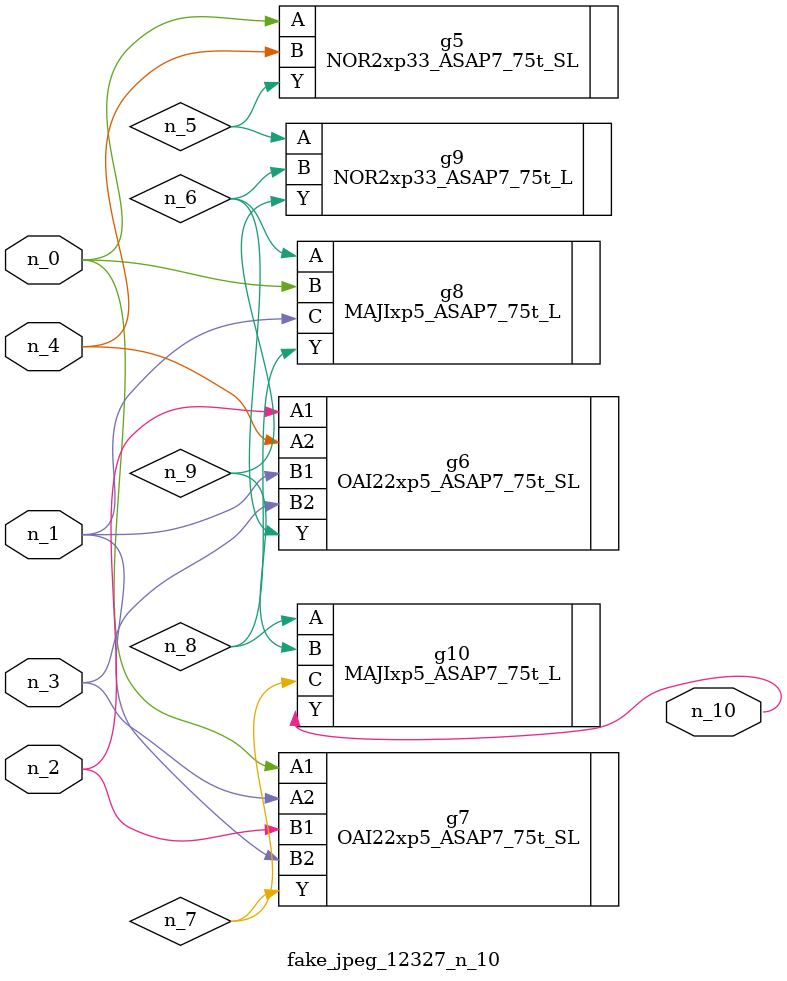
<source format=v>
module fake_jpeg_12327_n_10 (n_3, n_2, n_1, n_0, n_4, n_10);

input n_3;
input n_2;
input n_1;
input n_0;
input n_4;

output n_10;

wire n_8;
wire n_9;
wire n_6;
wire n_5;
wire n_7;

NOR2xp33_ASAP7_75t_SL g5 ( 
.A(n_0),
.B(n_4),
.Y(n_5)
);

OAI22xp5_ASAP7_75t_SL g6 ( 
.A1(n_2),
.A2(n_4),
.B1(n_1),
.B2(n_3),
.Y(n_6)
);

OAI22xp5_ASAP7_75t_SL g7 ( 
.A1(n_0),
.A2(n_3),
.B1(n_2),
.B2(n_1),
.Y(n_7)
);

MAJIxp5_ASAP7_75t_L g8 ( 
.A(n_6),
.B(n_0),
.C(n_1),
.Y(n_8)
);

MAJIxp5_ASAP7_75t_L g10 ( 
.A(n_8),
.B(n_9),
.C(n_7),
.Y(n_10)
);

NOR2xp33_ASAP7_75t_L g9 ( 
.A(n_5),
.B(n_6),
.Y(n_9)
);


endmodule
</source>
